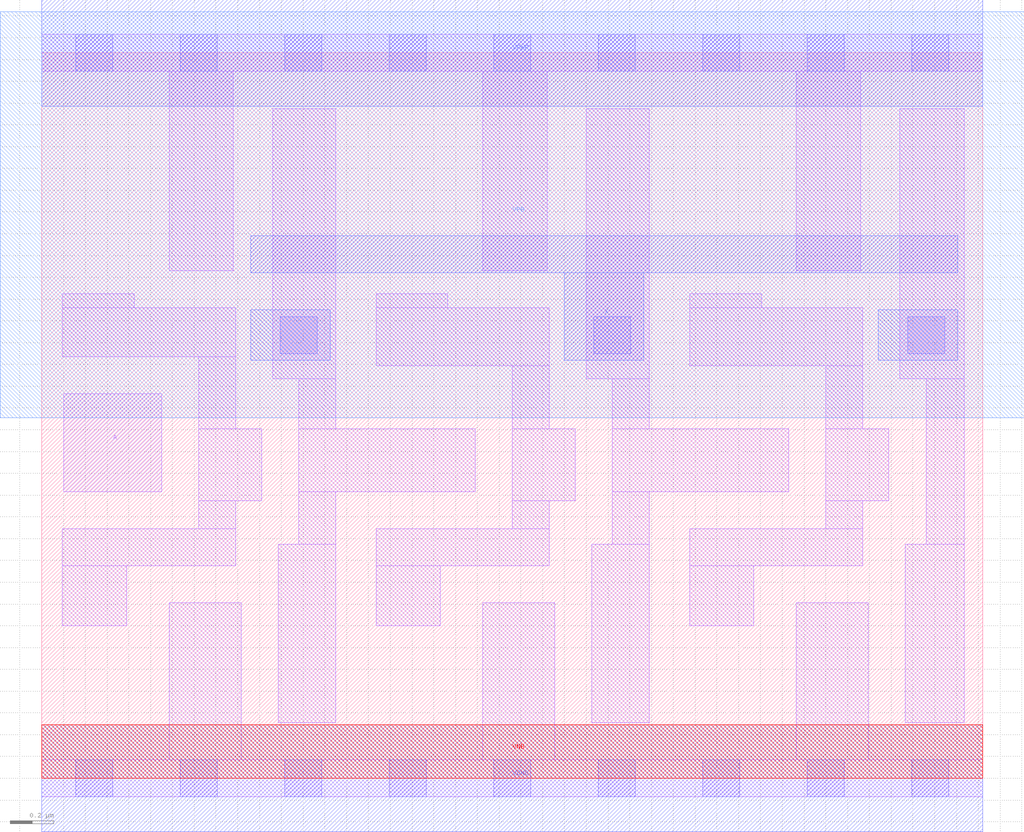
<source format=lef>
# Copyright 2020 The SkyWater PDK Authors
#
# Licensed under the Apache License, Version 2.0 (the "License");
# you may not use this file except in compliance with the License.
# You may obtain a copy of the License at
#
#     https://www.apache.org/licenses/LICENSE-2.0
#
# Unless required by applicable law or agreed to in writing, software
# distributed under the License is distributed on an "AS IS" BASIS,
# WITHOUT WARRANTIES OR CONDITIONS OF ANY KIND, either express or implied.
# See the License for the specific language governing permissions and
# limitations under the License.
#
# SPDX-License-Identifier: Apache-2.0

VERSION 5.7 ;
  NOWIREEXTENSIONATPIN ON ;
  DIVIDERCHAR "/" ;
  BUSBITCHARS "[]" ;
MACRO sky130_fd_sc_lp__dlymetal6s4s_1
  CLASS CORE ;
  FOREIGN sky130_fd_sc_lp__dlymetal6s4s_1 ;
  ORIGIN  0.000000  0.000000 ;
  SIZE  4.320000 BY  3.330000 ;
  SYMMETRY X Y R90 ;
  SITE unit ;
  PIN A
    ANTENNAGATEAREA  0.126000 ;
    DIRECTION INPUT ;
    USE SIGNAL ;
    PORT
      LAYER li1 ;
        RECT 0.100000 1.315000 0.550000 1.765000 ;
    END
  END A
  PIN X
    ANTENNADIFFAREA  0.556500 ;
    ANTENNAGATEAREA  0.126000 ;
    DIRECTION OUTPUT ;
    USE SIGNAL ;
    PORT
      LAYER met1 ;
        RECT 0.960000 2.320000 4.205000 2.490000 ;
        RECT 2.400000 1.920000 2.765000 2.320000 ;
    END
  END X
  PIN VGND
    DIRECTION INOUT ;
    USE GROUND ;
    PORT
      LAYER met1 ;
        RECT 0.000000 -0.245000 4.320000 0.245000 ;
    END
  END VGND
  PIN VNB
    DIRECTION INOUT ;
    USE GROUND ;
    PORT
      LAYER pwell ;
        RECT 0.000000 0.000000 4.320000 0.245000 ;
    END
  END VNB
  PIN VPB
    DIRECTION INOUT ;
    USE POWER ;
    PORT
      LAYER nwell ;
        RECT -0.190000 1.655000 4.510000 3.520000 ;
    END
  END VPB
  PIN VPWR
    DIRECTION INOUT ;
    USE POWER ;
    PORT
      LAYER met1 ;
        RECT 0.000000 3.085000 4.320000 3.575000 ;
    END
  END VPWR
  OBS
    LAYER li1 ;
      RECT 0.000000 -0.085000 4.320000 0.085000 ;
      RECT 0.000000  3.245000 4.320000 3.415000 ;
      RECT 0.095000  0.700000 0.390000 0.975000 ;
      RECT 0.095000  0.975000 0.890000 1.145000 ;
      RECT 0.095000  1.935000 0.890000 2.160000 ;
      RECT 0.095000  2.160000 0.425000 2.225000 ;
      RECT 0.585000  0.085000 0.915000 0.805000 ;
      RECT 0.585000  2.330000 0.880000 3.245000 ;
      RECT 0.720000  1.145000 0.890000 1.275000 ;
      RECT 0.720000  1.275000 1.010000 1.605000 ;
      RECT 0.720000  1.605000 0.890000 1.935000 ;
      RECT 1.060000  1.835000 1.350000 3.075000 ;
      RECT 1.085000  0.255000 1.350000 1.075000 ;
      RECT 1.180000  1.075000 1.350000 1.315000 ;
      RECT 1.180000  1.315000 1.990000 1.605000 ;
      RECT 1.180000  1.605000 1.350000 1.835000 ;
      RECT 1.535000  0.700000 1.830000 0.975000 ;
      RECT 1.535000  0.975000 2.330000 1.145000 ;
      RECT 1.535000  1.895000 2.330000 2.160000 ;
      RECT 1.535000  2.160000 1.865000 2.225000 ;
      RECT 2.025000  0.085000 2.355000 0.805000 ;
      RECT 2.025000  2.330000 2.320000 3.245000 ;
      RECT 2.160000  1.145000 2.330000 1.275000 ;
      RECT 2.160000  1.275000 2.450000 1.605000 ;
      RECT 2.160000  1.605000 2.330000 1.895000 ;
      RECT 2.500000  1.835000 2.790000 3.075000 ;
      RECT 2.525000  0.255000 2.790000 1.075000 ;
      RECT 2.620000  1.075000 2.790000 1.315000 ;
      RECT 2.620000  1.315000 3.430000 1.605000 ;
      RECT 2.620000  1.605000 2.790000 1.835000 ;
      RECT 2.975000  0.700000 3.270000 0.975000 ;
      RECT 2.975000  0.975000 3.770000 1.145000 ;
      RECT 2.975000  1.895000 3.770000 2.160000 ;
      RECT 2.975000  2.160000 3.305000 2.225000 ;
      RECT 3.465000  0.085000 3.795000 0.805000 ;
      RECT 3.465000  2.330000 3.760000 3.245000 ;
      RECT 3.600000  1.145000 3.770000 1.275000 ;
      RECT 3.600000  1.275000 3.890000 1.605000 ;
      RECT 3.600000  1.605000 3.770000 1.895000 ;
      RECT 3.940000  1.835000 4.235000 3.075000 ;
      RECT 3.965000  0.255000 4.235000 1.075000 ;
      RECT 4.060000  1.075000 4.235000 1.835000 ;
    LAYER mcon ;
      RECT 0.155000 -0.085000 0.325000 0.085000 ;
      RECT 0.155000  3.245000 0.325000 3.415000 ;
      RECT 0.635000 -0.085000 0.805000 0.085000 ;
      RECT 0.635000  3.245000 0.805000 3.415000 ;
      RECT 1.095000  1.950000 1.265000 2.120000 ;
      RECT 1.115000 -0.085000 1.285000 0.085000 ;
      RECT 1.115000  3.245000 1.285000 3.415000 ;
      RECT 1.595000 -0.085000 1.765000 0.085000 ;
      RECT 1.595000  3.245000 1.765000 3.415000 ;
      RECT 2.075000 -0.085000 2.245000 0.085000 ;
      RECT 2.075000  3.245000 2.245000 3.415000 ;
      RECT 2.535000  1.950000 2.705000 2.120000 ;
      RECT 2.555000 -0.085000 2.725000 0.085000 ;
      RECT 2.555000  3.245000 2.725000 3.415000 ;
      RECT 3.035000 -0.085000 3.205000 0.085000 ;
      RECT 3.035000  3.245000 3.205000 3.415000 ;
      RECT 3.515000 -0.085000 3.685000 0.085000 ;
      RECT 3.515000  3.245000 3.685000 3.415000 ;
      RECT 3.975000  1.950000 4.145000 2.120000 ;
      RECT 3.995000 -0.085000 4.165000 0.085000 ;
      RECT 3.995000  3.245000 4.165000 3.415000 ;
    LAYER met1 ;
      RECT 0.960000 1.920000 1.325000 2.150000 ;
      RECT 3.840000 1.920000 4.205000 2.150000 ;
  END
END sky130_fd_sc_lp__dlymetal6s4s_1
END LIBRARY

</source>
